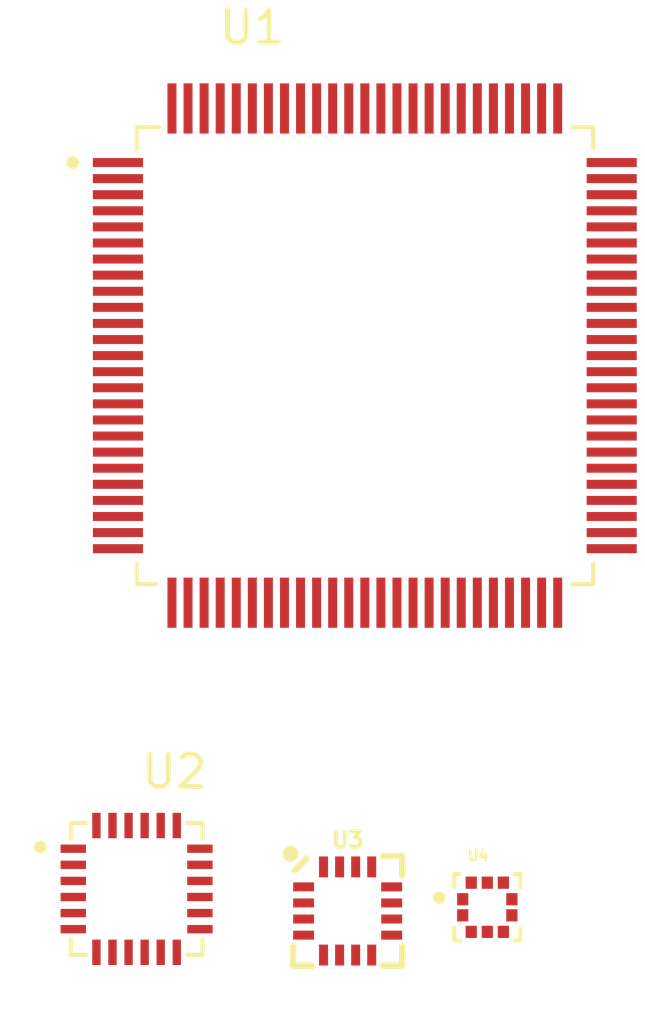
<source format=kicad_pcb>
(kicad_pcb (version 20240108) (generator "pcbnew") (generator_version "8.0")
  (layers (0 "F.Cu" signal) (31 "B.Cu" signal) (34 "B.Paste" user) (35 "F.Paste" user) (36 "B.SilkS" user "B.Silkscreen") (37 "F.SilkS" user "F.Silkscreen") (38 "B.Mask" user) (39 "F.Mask" user) (44 "Edge.Cuts" user))
  (net 0 "")
  (net 22 "Net-(U1-VSS-Pad10)")
  (net 23 "Net-(U1-VDD-Pad100)")
  (net 92 "GND")
  (net 93 "/MPU6050/SDA")
  (net 95 "Net-(U2-CPOUT)")
  (net 96 "/MPU6050/INT")
  (net 98 "/MPU6050/FSYNC")
  (net 99 "Net-(U2-REGOUT)")
  (net 100 "/MPU6050/SCL")
  (net 102 "Net-(U2-AD0)")
  (net 104 "+3.3V")
  (net 107 "/HMC5883L/SCL")
  (net 108 "/HMC5883L/DRDY")
  (net 110 "Net-(U3-SETC)")
  (net 112 "Net-(U3-SETP)")
  (net 113 "Net-(U3-C1)")
  (net 114 "/HMC5883L/SDA")
  (net 117 "/BMP388/SDA")
  (net 118 "/BMP388/INT")
  (net 119 "/BMP388/SCL")
  (footprint "koziol_drone_footprints:STM32F411VET6" (layer "F.Cu") (at 84.455 48.895)
    (property "Reference" "U1" (at -3.507175 -10.200045 0) (layer "F.SilkS") (effects (font (size 1.004921 1.004921))))
    (property "Value" "STM32F411VET6")
    (fp_line (start -7.1 -7.1) (end -6.4 -7.1) (stroke (width 0.127)) (layer "F.SilkS"))
    (fp_line (start -7.1 -6.4) (end -7.1 -7.1) (stroke (width 0.127)) (layer "F.SilkS"))
    (fp_line (start -7.1 6.45) (end -7.1 7.1) (stroke (width 0.127)) (layer "F.SilkS"))
    (fp_line (start -7.1 7.1) (end -6.5 7.1) (stroke (width 0.127)) (layer "F.SilkS"))
    (fp_line (start 6.45 -7.1) (end 7.1 -7.1) (stroke (width 0.127)) (layer "F.SilkS"))
    (fp_line (start 6.45 7.1) (end 7.1 7.1) (stroke (width 0.127)) (layer "F.SilkS"))
    (fp_line (start 7.1 -7.1) (end 7.1 -6.45) (stroke (width 0.127)) (layer "F.SilkS"))
    (fp_line (start 7.1 7.1) (end 7.1 6.45) (stroke (width 0.127)) (layer "F.SilkS"))
    (fp_circle (center -9.09 -6) (end -8.99 -6) (stroke (width 0.2)) (fill none) (layer "F.SilkS"))
    (pad "1" smd roundrect (at -7.68 -6) (size 1.56 0.28) (layers "F.Cu" "F.Paste" "F.Mask") (roundrect_rratio 0.01))
    (pad "2" smd roundrect (at -7.68 -5.5) (size 1.56 0.28) (layers "F.Cu" "F.Paste" "F.Mask") (roundrect_rratio 0.01))
    (pad "3" smd roundrect (at -7.68 -5) (size 1.56 0.28) (layers "F.Cu" "F.Paste" "F.Mask") (roundrect_rratio 0.01))
    (pad "4" smd roundrect (at -7.68 -4.5) (size 1.56 0.28) (layers "F.Cu" "F.Paste" "F.Mask") (roundrect_rratio 0.01))
    (pad "5" smd roundrect (at -7.68 -4) (size 1.56 0.28) (layers "F.Cu" "F.Paste" "F.Mask") (roundrect_rratio 0.01))
    (pad "6" smd roundrect (at -7.68 -3.5) (size 1.56 0.28) (layers "F.Cu" "F.Paste" "F.Mask") (roundrect_rratio 0.01))
    (pad "7" smd roundrect (at -7.68 -3) (size 1.56 0.28) (layers "F.Cu" "F.Paste" "F.Mask") (roundrect_rratio 0.01))
    (pad "8" smd roundrect (at -7.68 -2.5) (size 1.56 0.28) (layers "F.Cu" "F.Paste" "F.Mask") (roundrect_rratio 0.01))
    (pad "9" smd roundrect (at -7.68 -2) (size 1.56 0.28) (layers "F.Cu" "F.Paste" "F.Mask") (roundrect_rratio 0.01))
    (pad "10" smd roundrect (at -7.68 -1.5) (size 1.56 0.28) (layers "F.Cu" "F.Paste" "F.Mask") (roundrect_rratio 0.01) (net 22 "Net-(U1-VSS-Pad10)"))
    (pad "11" smd roundrect (at -7.68 -1) (size 1.56 0.28) (layers "F.Cu" "F.Paste" "F.Mask") (roundrect_rratio 0.01) (net 23 "Net-(U1-VDD-Pad100)"))
    (pad "12" smd roundrect (at -7.68 -0.5) (size 1.56 0.28) (layers "F.Cu" "F.Paste" "F.Mask") (roundrect_rratio 0.01))
    (pad "13" smd roundrect (at -7.68 0) (size 1.56 0.28) (layers "F.Cu" "F.Paste" "F.Mask") (roundrect_rratio 0.01))
    (pad "14" smd roundrect (at -7.68 0.5) (size 1.56 0.28) (layers "F.Cu" "F.Paste" "F.Mask") (roundrect_rratio 0.01))
    (pad "15" smd roundrect (at -7.68 1) (size 1.56 0.28) (layers "F.Cu" "F.Paste" "F.Mask") (roundrect_rratio 0.01))
    (pad "16" smd roundrect (at -7.68 1.5) (size 1.56 0.28) (layers "F.Cu" "F.Paste" "F.Mask") (roundrect_rratio 0.01))
    (pad "17" smd roundrect (at -7.68 2) (size 1.56 0.28) (layers "F.Cu" "F.Paste" "F.Mask") (roundrect_rratio 0.01))
    (pad "18" smd roundrect (at -7.68 2.5) (size 1.56 0.28) (layers "F.Cu" "F.Paste" "F.Mask") (roundrect_rratio 0.01))
    (pad "19" smd roundrect (at -7.68 3) (size 1.56 0.28) (layers "F.Cu" "F.Paste" "F.Mask") (roundrect_rratio 0.01) (net 23 "Net-(U1-VDD-Pad100)"))
    (pad "20" smd roundrect (at -7.68 3.5) (size 1.56 0.28) (layers "F.Cu" "F.Paste" "F.Mask") (roundrect_rratio 0.01))
    (pad "21" smd roundrect (at -7.68 4) (size 1.56 0.28) (layers "F.Cu" "F.Paste" "F.Mask") (roundrect_rratio 0.01))
    (pad "22" smd roundrect (at -7.68 4.5) (size 1.56 0.28) (layers "F.Cu" "F.Paste" "F.Mask") (roundrect_rratio 0.01))
    (pad "23" smd roundrect (at -7.68 5) (size 1.56 0.28) (layers "F.Cu" "F.Paste" "F.Mask") (roundrect_rratio 0.01))
    (pad "24" smd roundrect (at -7.68 5.5) (size 1.56 0.28) (layers "F.Cu" "F.Paste" "F.Mask") (roundrect_rratio 0.01))
    (pad "25" smd roundrect (at -7.68 6) (size 1.56 0.28) (layers "F.Cu" "F.Paste" "F.Mask") (roundrect_rratio 0.01))
    (pad "26" smd roundrect (at -6 7.68 90) (size 1.56 0.28) (layers "F.Cu" "F.Paste" "F.Mask") (roundrect_rratio 0.01))
    (pad "27" smd roundrect (at -5.5 7.68 90) (size 1.56 0.28) (layers "F.Cu" "F.Paste" "F.Mask") (roundrect_rratio 0.01) (net 22 "Net-(U1-VSS-Pad10)"))
    (pad "28" smd roundrect (at -5 7.68 90) (size 1.56 0.28) (layers "F.Cu" "F.Paste" "F.Mask") (roundrect_rratio 0.01) (net 23 "Net-(U1-VDD-Pad100)"))
    (pad "29" smd roundrect (at -4.5 7.68 90) (size 1.56 0.28) (layers "F.Cu" "F.Paste" "F.Mask") (roundrect_rratio 0.01))
    (pad "30" smd roundrect (at -4 7.68 90) (size 1.56 0.28) (layers "F.Cu" "F.Paste" "F.Mask") (roundrect_rratio 0.01))
    (pad "31" smd roundrect (at -3.5 7.68 90) (size 1.56 0.28) (layers "F.Cu" "F.Paste" "F.Mask") (roundrect_rratio 0.01))
    (pad "32" smd roundrect (at -3 7.68 90) (size 1.56 0.28) (layers "F.Cu" "F.Paste" "F.Mask") (roundrect_rratio 0.01))
    (pad "33" smd roundrect (at -2.5 7.68 90) (size 1.56 0.28) (layers "F.Cu" "F.Paste" "F.Mask") (roundrect_rratio 0.01))
    (pad "34" smd roundrect (at -2 7.68 90) (size 1.56 0.28) (layers "F.Cu" "F.Paste" "F.Mask") (roundrect_rratio 0.01))
    (pad "35" smd roundrect (at -1.5 7.68 90) (size 1.56 0.28) (layers "F.Cu" "F.Paste" "F.Mask") (roundrect_rratio 0.01))
    (pad "36" smd roundrect (at -1 7.68 90) (size 1.56 0.28) (layers "F.Cu" "F.Paste" "F.Mask") (roundrect_rratio 0.01))
    (pad "37" smd roundrect (at -0.5 7.68 90) (size 1.56 0.28) (layers "F.Cu" "F.Paste" "F.Mask") (roundrect_rratio 0.01))
    (pad "38" smd roundrect (at 0 7.68 90) (size 1.56 0.28) (layers "F.Cu" "F.Paste" "F.Mask") (roundrect_rratio 0.01))
    (pad "39" smd roundrect (at 0.5 7.68 90) (size 1.56 0.28) (layers "F.Cu" "F.Paste" "F.Mask") (roundrect_rratio 0.01))
    (pad "40" smd roundrect (at 1 7.68 90) (size 1.56 0.28) (layers "F.Cu" "F.Paste" "F.Mask") (roundrect_rratio 0.01))
    (pad "41" smd roundrect (at 1.5 7.68 90) (size 1.56 0.28) (layers "F.Cu" "F.Paste" "F.Mask") (roundrect_rratio 0.01))
    (pad "42" smd roundrect (at 2 7.68 90) (size 1.56 0.28) (layers "F.Cu" "F.Paste" "F.Mask") (roundrect_rratio 0.01))
    (pad "43" smd roundrect (at 2.5 7.68 90) (size 1.56 0.28) (layers "F.Cu" "F.Paste" "F.Mask") (roundrect_rratio 0.01))
    (pad "44" smd roundrect (at 3 7.68 90) (size 1.56 0.28) (layers "F.Cu" "F.Paste" "F.Mask") (roundrect_rratio 0.01))
    (pad "45" smd roundrect (at 3.5 7.68 90) (size 1.56 0.28) (layers "F.Cu" "F.Paste" "F.Mask") (roundrect_rratio 0.01))
    (pad "46" smd roundrect (at 4 7.68 90) (size 1.56 0.28) (layers "F.Cu" "F.Paste" "F.Mask") (roundrect_rratio 0.01))
    (pad "47" smd roundrect (at 4.5 7.68 90) (size 1.56 0.28) (layers "F.Cu" "F.Paste" "F.Mask") (roundrect_rratio 0.01))
    (pad "48" smd roundrect (at 5 7.68 90) (size 1.56 0.28) (layers "F.Cu" "F.Paste" "F.Mask") (roundrect_rratio 0.01))
    (pad "49" smd roundrect (at 5.5 7.68 90) (size 1.56 0.28) (layers "F.Cu" "F.Paste" "F.Mask") (roundrect_rratio 0.01) (net 22 "Net-(U1-VSS-Pad10)"))
    (pad "50" smd roundrect (at 6 7.68 90) (size 1.56 0.28) (layers "F.Cu" "F.Paste" "F.Mask") (roundrect_rratio 0.01) (net 23 "Net-(U1-VDD-Pad100)"))
    (pad "51" smd roundrect (at 7.68 6) (size 1.56 0.28) (layers "F.Cu" "F.Paste" "F.Mask") (roundrect_rratio 0.01))
    (pad "52" smd roundrect (at 7.68 5.5) (size 1.56 0.28) (layers "F.Cu" "F.Paste" "F.Mask") (roundrect_rratio 0.01))
    (pad "53" smd roundrect (at 7.68 5) (size 1.56 0.28) (layers "F.Cu" "F.Paste" "F.Mask") (roundrect_rratio 0.01))
    (pad "54" smd roundrect (at 7.68 4.5) (size 1.56 0.28) (layers "F.Cu" "F.Paste" "F.Mask") (roundrect_rratio 0.01))
    (pad "55" smd roundrect (at 7.68 4) (size 1.56 0.28) (layers "F.Cu" "F.Paste" "F.Mask") (roundrect_rratio 0.01))
    (pad "56" smd roundrect (at 7.68 3.5) (size 1.56 0.28) (layers "F.Cu" "F.Paste" "F.Mask") (roundrect_rratio 0.01))
    (pad "57" smd roundrect (at 7.68 3) (size 1.56 0.28) (layers "F.Cu" "F.Paste" "F.Mask") (roundrect_rratio 0.01))
    (pad "58" smd roundrect (at 7.68 2.5) (size 1.56 0.28) (layers "F.Cu" "F.Paste" "F.Mask") (roundrect_rratio 0.01))
    (pad "59" smd roundrect (at 7.68 2) (size 1.56 0.28) (layers "F.Cu" "F.Paste" "F.Mask") (roundrect_rratio 0.01))
    (pad "60" smd roundrect (at 7.68 1.5) (size 1.56 0.28) (layers "F.Cu" "F.Paste" "F.Mask") (roundrect_rratio 0.01))
    (pad "61" smd roundrect (at 7.68 1) (size 1.56 0.28) (layers "F.Cu" "F.Paste" "F.Mask") (roundrect_rratio 0.01))
    (pad "62" smd roundrect (at 7.68 0.5) (size 1.56 0.28) (layers "F.Cu" "F.Paste" "F.Mask") (roundrect_rratio 0.01))
    (pad "63" smd roundrect (at 7.68 0) (size 1.56 0.28) (layers "F.Cu" "F.Paste" "F.Mask") (roundrect_rratio 0.01))
    (pad "64" smd roundrect (at 7.68 -0.5) (size 1.56 0.28) (layers "F.Cu" "F.Paste" "F.Mask") (roundrect_rratio 0.01))
    (pad "65" smd roundrect (at 7.68 -1) (size 1.56 0.28) (layers "F.Cu" "F.Paste" "F.Mask") (roundrect_rratio 0.01))
    (pad "66" smd roundrect (at 7.68 -1.5) (size 1.56 0.28) (layers "F.Cu" "F.Paste" "F.Mask") (roundrect_rratio 0.01))
    (pad "67" smd roundrect (at 7.68 -2) (size 1.56 0.28) (layers "F.Cu" "F.Paste" "F.Mask") (roundrect_rratio 0.01))
    (pad "68" smd roundrect (at 7.68 -2.5) (size 1.56 0.28) (layers "F.Cu" "F.Paste" "F.Mask") (roundrect_rratio 0.01))
    (pad "69" smd roundrect (at 7.68 -3) (size 1.56 0.28) (layers "F.Cu" "F.Paste" "F.Mask") (roundrect_rratio 0.01))
    (pad "70" smd roundrect (at 7.68 -3.5) (size 1.56 0.28) (layers "F.Cu" "F.Paste" "F.Mask") (roundrect_rratio 0.01))
    (pad "71" smd roundrect (at 7.68 -4) (size 1.56 0.28) (layers "F.Cu" "F.Paste" "F.Mask") (roundrect_rratio 0.01))
    (pad "72" smd roundrect (at 7.68 -4.5) (size 1.56 0.28) (layers "F.Cu" "F.Paste" "F.Mask") (roundrect_rratio 0.01))
    (pad "73" smd roundrect (at 7.68 -5) (size 1.56 0.28) (layers "F.Cu" "F.Paste" "F.Mask") (roundrect_rratio 0.01))
    (pad "74" smd roundrect (at 7.68 -5.5) (size 1.56 0.28) (layers "F.Cu" "F.Paste" "F.Mask") (roundrect_rratio 0.01) (net 22 "Net-(U1-VSS-Pad10)"))
    (pad "75" smd roundrect (at 7.68 -6) (size 1.56 0.28) (layers "F.Cu" "F.Paste" "F.Mask") (roundrect_rratio 0.01) (net 23 "Net-(U1-VDD-Pad100)"))
    (pad "76" smd roundrect (at 6 -7.68 90) (size 1.56 0.28) (layers "F.Cu" "F.Paste" "F.Mask") (roundrect_rratio 0.01))
    (pad "77" smd roundrect (at 5.5 -7.68 90) (size 1.56 0.28) (layers "F.Cu" "F.Paste" "F.Mask") (roundrect_rratio 0.01))
    (pad "78" smd roundrect (at 5 -7.68 90) (size 1.56 0.28) (layers "F.Cu" "F.Paste" "F.Mask") (roundrect_rratio 0.01))
    (pad "79" smd roundrect (at 4.5 -7.68 90) (size 1.56 0.28) (layers "F.Cu" "F.Paste" "F.Mask") (roundrect_rratio 0.01))
    (pad "80" smd roundrect (at 4 -7.68 90) (size 1.56 0.28) (layers "F.Cu" "F.Paste" "F.Mask") (roundrect_rratio 0.01))
    (pad "81" smd roundrect (at 3.5 -7.68 90) (size 1.56 0.28) (layers "F.Cu" "F.Paste" "F.Mask") (roundrect_rratio 0.01))
    (pad "82" smd roundrect (at 3 -7.68 90) (size 1.56 0.28) (layers "F.Cu" "F.Paste" "F.Mask") (roundrect_rratio 0.01))
    (pad "83" smd roundrect (at 2.5 -7.68 90) (size 1.56 0.28) (layers "F.Cu" "F.Paste" "F.Mask") (roundrect_rratio 0.01))
    (pad "84" smd roundrect (at 2 -7.68 90) (size 1.56 0.28) (layers "F.Cu" "F.Paste" "F.Mask") (roundrect_rratio 0.01))
    (pad "85" smd roundrect (at 1.5 -7.68 90) (size 1.56 0.28) (layers "F.Cu" "F.Paste" "F.Mask") (roundrect_rratio 0.01))
    (pad "86" smd roundrect (at 1 -7.68 90) (size 1.56 0.28) (layers "F.Cu" "F.Paste" "F.Mask") (roundrect_rratio 0.01))
    (pad "87" smd roundrect (at 0.5 -7.68 90) (size 1.56 0.28) (layers "F.Cu" "F.Paste" "F.Mask") (roundrect_rratio 0.01))
    (pad "88" smd roundrect (at 0 -7.68 90) (size 1.56 0.28) (layers "F.Cu" "F.Paste" "F.Mask") (roundrect_rratio 0.01))
    (pad "89" smd roundrect (at -0.5 -7.68 90) (size 1.56 0.28) (layers "F.Cu" "F.Paste" "F.Mask") (roundrect_rratio 0.01))
    (pad "90" smd roundrect (at -1 -7.68 90) (size 1.56 0.28) (layers "F.Cu" "F.Paste" "F.Mask") (roundrect_rratio 0.01))
    (pad "91" smd roundrect (at -1.5 -7.68 90) (size 1.56 0.28) (layers "F.Cu" "F.Paste" "F.Mask") (roundrect_rratio 0.01))
    (pad "92" smd roundrect (at -2 -7.68 90) (size 1.56 0.28) (layers "F.Cu" "F.Paste" "F.Mask") (roundrect_rratio 0.01))
    (pad "93" smd roundrect (at -2.5 -7.68 90) (size 1.56 0.28) (layers "F.Cu" "F.Paste" "F.Mask") (roundrect_rratio 0.01))
    (pad "94" smd roundrect (at -3 -7.68 90) (size 1.56 0.28) (layers "F.Cu" "F.Paste" "F.Mask") (roundrect_rratio 0.01))
    (pad "95" smd roundrect (at -3.5 -7.68 90) (size 1.56 0.28) (layers "F.Cu" "F.Paste" "F.Mask") (roundrect_rratio 0.01))
    (pad "96" smd roundrect (at -4 -7.68 90) (size 1.56 0.28) (layers "F.Cu" "F.Paste" "F.Mask") (roundrect_rratio 0.01))
    (pad "97" smd roundrect (at -4.5 -7.68 90) (size 1.56 0.28) (layers "F.Cu" "F.Paste" "F.Mask") (roundrect_rratio 0.01))
    (pad "98" smd roundrect (at -5 -7.68 90) (size 1.56 0.28) (layers "F.Cu" "F.Paste" "F.Mask") (roundrect_rratio 0.01))
    (pad "99" smd roundrect (at -5.5 -7.68 90) (size 1.56 0.28) (layers "F.Cu" "F.Paste" "F.Mask") (roundrect_rratio 0.01) (net 22 "Net-(U1-VSS-Pad10)"))
    (pad "100" smd roundrect (at -6 -7.68 90) (size 1.56 0.28) (layers "F.Cu" "F.Paste" "F.Mask") (roundrect_rratio 0.01) (net 23 "Net-(U1-VDD-Pad100)"))
  )
  (footprint "koziol_drone_footprints:HMC5883L" (layer "F.Cu") (at 83.92 66.155)
    (property "Reference" "U3" (at 0 -2.2098 0) (layer "F.SilkS") (effects (font (size 0.48 0.48) (thickness 0.12))))
    (property "Value" "HMC5883L")
    (fp_line (start -1.7 1.7) (end -1.7 1.1) (stroke (width 0.2032)) (layer "F.SilkS"))
    (fp_line (start -1.7 1.7) (end -1.1 1.7) (stroke (width 0.2032)) (layer "F.SilkS"))
    (fp_line (start -1.28 -1.635) (end -1.635 -1.26) (stroke (width 0.2032)) (layer "F.SilkS"))
    (fp_line (start 1.1 1.7) (end 1.7 1.7) (stroke (width 0.2032)) (layer "F.SilkS"))
    (fp_line (start 1.7 -1.7) (end 1.1 -1.7) (stroke (width 0.2032)) (layer "F.SilkS"))
    (fp_line (start 1.7 -1.1) (end 1.7 -1.7) (stroke (width 0.2032)) (layer "F.SilkS"))
    (fp_line (start 1.7 1.7) (end 1.7 1.1) (stroke (width 0.2032)) (layer "F.SilkS"))
    (fp_circle (center -1.778 -1.778) (end -1.524 -1.778) (fill solid) (layer "F.SilkS"))
    (pad "1" smd rect (at -1.37 -0.75) (size 0.65 0.28) (layers "F.Cu" "F.Paste" "F.Mask") (net 107 "/HMC5883L/SCL"))
    (pad "2" smd rect (at -1.37 -0.25) (size 0.65 0.28) (layers "F.Cu" "F.Paste" "F.Mask") (net 104 "+3.3V"))
    (pad "3" smd rect (at -1.37 0.25) (size 0.65 0.28) (layers "F.Cu" "F.Paste" "F.Mask"))
    (pad "4" smd rect (at -1.37 0.75) (size 0.65 0.28) (layers "F.Cu" "F.Paste" "F.Mask") (net 104 "+3.3V"))
    (pad "5" smd rect (at -0.75 1.37 270) (size 0.65 0.28) (layers "F.Cu" "F.Paste" "F.Mask"))
    (pad "6" smd rect (at -0.25 1.37 90) (size 0.65 0.28) (layers "F.Cu" "F.Paste" "F.Mask"))
    (pad "7" smd rect (at 0.25 1.37 90) (size 0.65 0.28) (layers "F.Cu" "F.Paste" "F.Mask"))
    (pad "8" smd rect (at 0.75 1.37 90) (size 0.65 0.28) (layers "F.Cu" "F.Paste" "F.Mask") (net 112 "Net-(U3-SETP)"))
    (pad "9" smd rect (at 1.37 0.75) (size 0.65 0.28) (layers "F.Cu" "F.Paste" "F.Mask") (net 92 "GND"))
    (pad "10" smd rect (at 1.37 0.25) (size 0.65 0.28) (layers "F.Cu" "F.Paste" "F.Mask") (net 113 "Net-(U3-C1)"))
    (pad "11" smd rect (at 1.37 -0.25) (size 0.65 0.28) (layers "F.Cu" "F.Paste" "F.Mask") (net 92 "GND"))
    (pad "12" smd rect (at 1.37 -0.75) (size 0.65 0.28) (layers "F.Cu" "F.Paste" "F.Mask") (net 110 "Net-(U3-SETC)"))
    (pad "13" smd rect (at 0.75 -1.37 90) (size 0.65 0.28) (layers "F.Cu" "F.Paste" "F.Mask") (net 104 "+3.3V"))
    (pad "14" smd rect (at 0.25 -1.37 90) (size 0.65 0.28) (layers "F.Cu" "F.Paste" "F.Mask"))
    (pad "15" smd rect (at -0.25 -1.37 90) (size 0.65 0.28) (layers "F.Cu" "F.Paste" "F.Mask") (net 108 "/HMC5883L/DRDY"))
    (pad "16" smd rect (at -0.75 -1.37 90) (size 0.65 0.28) (layers "F.Cu" "F.Paste" "F.Mask") (net 114 "/HMC5883L/SDA"))
  )
  (footprint "koziol_drone_footprints:BMP388" (layer "F.Cu") (at 88.265 66.04)
    (property "Reference" "U4" (at -0.284383 -1.605376 0) (layer "F.SilkS") (effects (font (size 0.320434 0.320434) (thickness 0.080109))))
    (property "Value" "BMP388")
    (fp_line (start -1.03 -1.03) (end -0.85 -1.03) (stroke (width 0.127)) (layer "F.SilkS"))
    (fp_line (start -1.03 -0.63) (end -1.03 -1.03) (stroke (width 0.127)) (layer "F.SilkS"))
    (fp_line (start -1.03 1.03) (end -1.03 0.63) (stroke (width 0.127)) (layer "F.SilkS"))
    (fp_line (start -0.85 1.03) (end -1.03 1.03) (stroke (width 0.127)) (layer "F.SilkS"))
    (fp_line (start 0.85 -1.03) (end 1.03 -1.03) (stroke (width 0.127)) (layer "F.SilkS"))
    (fp_line (start 0.85 1.03) (end 1.03 1.03) (stroke (width 0.127)) (layer "F.SilkS"))
    (fp_line (start 1.03 -1.03) (end 1.03 -0.63) (stroke (width 0.127)) (layer "F.SilkS"))
    (fp_line (start 1.03 1.03) (end 1.03 0.63) (stroke (width 0.127)) (layer "F.SilkS"))
    (fp_circle (center -1.5 -0.3) (end -1.4 -0.3) (stroke (width 0.2)) (fill none) (layer "F.SilkS"))
    (pad "1" smd roundrect (at -0.765 -0.25 90) (size 0.38 0.35) (layers "F.Cu" "F.Paste" "F.Mask") (roundrect_rratio 0.02) (net 104 "+3.3V"))
    (pad "2" smd roundrect (at -0.765 0.25 90) (size 0.38 0.35) (layers "F.Cu" "F.Paste" "F.Mask") (roundrect_rratio 0.02) (net 119 "/BMP388/SCL"))
    (pad "3" smd roundrect (at -0.5 0.765 90) (size 0.38 0.35) (layers "F.Cu" "F.Paste" "F.Mask") (roundrect_rratio 0.02) (net 92 "GND"))
    (pad "4" smd roundrect (at 0 0.765 90) (size 0.38 0.35) (layers "F.Cu" "F.Paste" "F.Mask") (roundrect_rratio 0.02) (net 117 "/BMP388/SDA"))
    (pad "5" smd roundrect (at 0.5 0.765 90) (size 0.38 0.35) (layers "F.Cu" "F.Paste" "F.Mask") (roundrect_rratio 0.02) (net 92 "GND"))
    (pad "6" smd roundrect (at 0.765 0.25 90) (size 0.38 0.35) (layers "F.Cu" "F.Paste" "F.Mask") (roundrect_rratio 0.02) (net 104 "+3.3V"))
    (pad "7" smd roundrect (at 0.765 -0.25 90) (size 0.38 0.35) (layers "F.Cu" "F.Paste" "F.Mask") (roundrect_rratio 0.02) (net 118 "/BMP388/INT"))
    (pad "8" smd roundrect (at 0.5 -0.765 90) (size 0.38 0.35) (layers "F.Cu" "F.Paste" "F.Mask") (roundrect_rratio 0.02) (net 92 "GND"))
    (pad "9" smd roundrect (at 0 -0.765 90) (size 0.38 0.35) (layers "F.Cu" "F.Paste" "F.Mask") (roundrect_rratio 0.02) (net 92 "GND"))
    (pad "10" smd roundrect (at -0.5 -0.765 90) (size 0.38 0.35) (layers "F.Cu" "F.Paste" "F.Mask") (roundrect_rratio 0.02) (net 104 "+3.3V"))
  )
  (footprint "koziol_drone_footprints:MPU-6050" (layer "F.Cu") (at 77.355 65.47)
    (property "Reference" "U2" (at 1.17756 -3.64297 0) (layer "F.SilkS") (effects (font (size 1.002189 1.002189))))
    (property "Value" "MPU-6050")
    (fp_line (start -2.05 -1.56) (end -2.05 -2.05) (stroke (width 0.127)) (layer "F.SilkS"))
    (fp_line (start -2.05 2.05) (end -2.05 1.56) (stroke (width 0.127)) (layer "F.SilkS"))
    (fp_line (start -1.56 -2.05) (end -2.05 -2.05) (stroke (width 0.127)) (layer "F.SilkS"))
    (fp_line (start -1.56 2.05) (end -2.05 2.05) (stroke (width 0.127)) (layer "F.SilkS"))
    (fp_line (start 1.56 -2.05) (end 2.05 -2.05) (stroke (width 0.127)) (layer "F.SilkS"))
    (fp_line (start 2.05 -2.05) (end 2.05 -1.56) (stroke (width 0.127)) (layer "F.SilkS"))
    (fp_line (start 2.05 1.56) (end 2.05 2.05) (stroke (width 0.127)) (layer "F.SilkS"))
    (fp_line (start 2.05 2.05) (end 1.56 2.05) (stroke (width 0.127)) (layer "F.SilkS"))
    (fp_circle (center -3 -1.3) (end -2.9 -1.3) (stroke (width 0.2)) (fill none) (layer "F.SilkS"))
    (pad "1" smd rect (at -1.97 -1.25) (size 0.79 0.26) (layers "F.Cu" "F.Paste" "F.Mask") (net 92 "GND"))
    (pad "2" smd rect (at -1.97 -0.75) (size 0.79 0.26) (layers "F.Cu" "F.Paste" "F.Mask"))
    (pad "3" smd rect (at -1.97 -0.25) (size 0.79 0.26) (layers "F.Cu" "F.Paste" "F.Mask"))
    (pad "4" smd rect (at -1.97 0.25) (size 0.79 0.26) (layers "F.Cu" "F.Paste" "F.Mask"))
    (pad "5" smd rect (at -1.97 0.75) (size 0.79 0.26) (layers "F.Cu" "F.Paste" "F.Mask"))
    (pad "6" smd rect (at -1.97 1.25) (size 0.79 0.26) (layers "F.Cu" "F.Paste" "F.Mask"))
    (pad "7" smd rect (at -1.25 1.97 90) (size 0.79 0.26) (layers "F.Cu" "F.Paste" "F.Mask"))
    (pad "8" smd rect (at -0.75 1.97 90) (size 0.79 0.26) (layers "F.Cu" "F.Paste" "F.Mask") (net 104 "+3.3V"))
    (pad "9" smd rect (at -0.25 1.97 90) (size 0.79 0.26) (layers "F.Cu" "F.Paste" "F.Mask") (net 102 "Net-(U2-AD0)"))
    (pad "10" smd rect (at 0.25 1.97 90) (size 0.79 0.26) (layers "F.Cu" "F.Paste" "F.Mask") (net 99 "Net-(U2-REGOUT)"))
    (pad "11" smd rect (at 0.75 1.97 90) (size 0.79 0.26) (layers "F.Cu" "F.Paste" "F.Mask") (net 98 "/MPU6050/FSYNC"))
    (pad "12" smd rect (at 1.25 1.97 90) (size 0.79 0.26) (layers "F.Cu" "F.Paste" "F.Mask") (net 96 "/MPU6050/INT"))
    (pad "13" smd rect (at 1.97 1.25 180) (size 0.79 0.26) (layers "F.Cu" "F.Paste" "F.Mask") (net 104 "+3.3V"))
    (pad "14" smd rect (at 1.97 0.75 180) (size 0.79 0.26) (layers "F.Cu" "F.Paste" "F.Mask"))
    (pad "15" smd rect (at 1.97 0.25 180) (size 0.79 0.26) (layers "F.Cu" "F.Paste" "F.Mask"))
    (pad "16" smd rect (at 1.97 -0.25 180) (size 0.79 0.26) (layers "F.Cu" "F.Paste" "F.Mask"))
    (pad "17" smd rect (at 1.97 -0.75 180) (size 0.79 0.26) (layers "F.Cu" "F.Paste" "F.Mask"))
    (pad "18" smd rect (at 1.97 -1.25 180) (size 0.79 0.26) (layers "F.Cu" "F.Paste" "F.Mask") (net 92 "GND"))
    (pad "19" smd rect (at 1.25 -1.97 270) (size 0.79 0.26) (layers "F.Cu" "F.Paste" "F.Mask"))
    (pad "20" smd rect (at 0.75 -1.97 270) (size 0.79 0.26) (layers "F.Cu" "F.Paste" "F.Mask") (net 95 "Net-(U2-CPOUT)"))
    (pad "21" smd rect (at 0.25 -1.97 270) (size 0.79 0.26) (layers "F.Cu" "F.Paste" "F.Mask"))
    (pad "22" smd rect (at -0.25 -1.97 270) (size 0.79 0.26) (layers "F.Cu" "F.Paste" "F.Mask"))
    (pad "23" smd rect (at -0.75 -1.97 270) (size 0.79 0.26) (layers "F.Cu" "F.Paste" "F.Mask") (net 100 "/MPU6050/SCL"))
    (pad "24" smd rect (at -1.25 -1.97 270) (size 0.79 0.26) (layers "F.Cu" "F.Paste" "F.Mask") (net 93 "/MPU6050/SDA"))
  )
)
</source>
